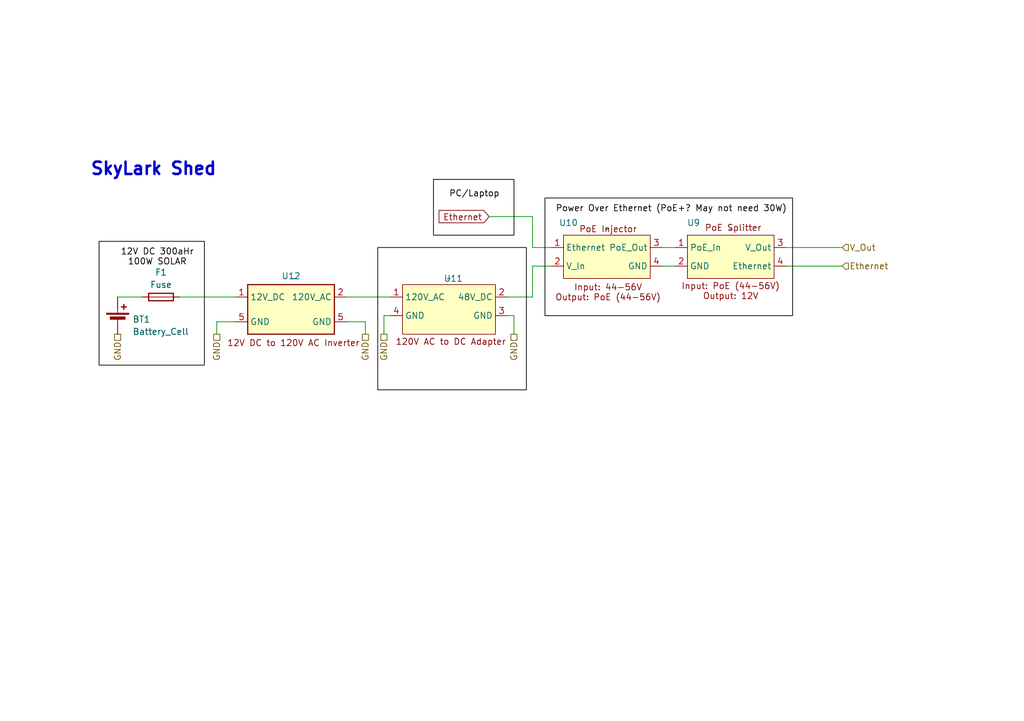
<source format=kicad_sch>
(kicad_sch (version 20231120) (generator "eeschema") (generator_version "8.0")
  (paper "A5")
  (title_block (title "Skylark Shed System") (date "2025-03-30") (rev "v1.0"))
  (lib_symbols
    (symbol "Device:Battery_Cell" (pin_numbers hide) (pin_names (offset 0) hide)
      (property "Reference" "BT" (at 2.54 2.54 0))
      (property "Value" "Battery_Cell" (at 2.54 0 0))
      (symbol "Battery_Cell_0_1"
        (rectangle (start -2.286 1.778) (end 2.286 1.524) (fill (type outline)))
        (rectangle (start -1.524 1.016) (end 1.524 0.508) (fill (type outline)))
        (polyline (pts (xy 0 0.762) (xy 0 0)))
        (polyline (pts (xy 0 1.778) (xy 0 2.54)))
        (polyline (pts (xy 0.762 3.048) (xy 1.778 3.048)) (stroke (width 0.254)))
        (polyline (pts (xy 1.27 3.556) (xy 1.27 2.54)) (stroke (width 0.254)))
      )
      (symbol "Battery_Cell_1_1"
        (pin passive line (at 0 5.08 270) (length 2.54) (name "+") (number "1"))
        (pin passive line (at 0 -2.54 90) (length 2.54) (name "-") (number "2"))
      )
    )
    (symbol "Device:Fuse" (pin_numbers hide) (pin_names (offset 0))
      (property "Reference" "F" (at 2.032 0 90))
      (property "Value" "Fuse" (at -1.905 0 90))
      (symbol "Fuse_0_1"
        (rectangle (start -0.762 -2.54) (end 0.762 2.54) (stroke (width 0.254)))
        (polyline (pts (xy 0 2.54) (xy 0 -2.54)))
      )
      (symbol "Fuse_1_1"
        (pin passive line (at 0 3.81 270) (length 1.27) (name "~") (number "1"))
        (pin passive line (at 0 -3.81 90) (length 1.27) (name "~") (number "2"))
      )
    )
    (symbol "Radio Telescope:12DCto120AC-Inverter"
      (property "Reference" "U" (at 0 0 0))
      (symbol "12DCto120AC-Inverter_0_1"
        (rectangle (start -8.89 -2.54) (end 8.89 -12.7) (stroke (width 0.254)) (fill (type background)))
      )
      (symbol "12DCto120AC-Inverter_1_1"
        (text "12V DC to 120V AC Inverter" (at 0.508 -14.478 0) (effects (font (size 1.27 1.27))))
        (pin power_in line (at -11.43 -5.08 0) (length 2.54) (name "12V_DC") (number "1"))
        (pin power_out line (at 11.43 -5.08 180) (length 2.54) (name "120V_AC") (number "2"))
        (pin power_in line (at -11.43 -10.16 0) (length 2.54) (name "GND") (number "5"))
        (pin power_in line (at 11.43 -10.16 180) (length 2.54) (name "GND") (number "5"))
      )
    )
    (symbol "Radio Telescope:48v-wall-outlet"
      (property "Reference" "U" (at 0 1.27 0))
      (symbol "48v-wall-outlet_1_1"
        (rectangle (start -10.16 0) (end 8.89 -10.16) (fill (type background)))
        (text "120V AC to DC Adapter" (at -0.254 -11.684 0) (effects (font (size 1.27 1.27))))
        (pin power_in line (at -12.7 -2.54 0) (length 2.54) (name "120V_AC") (number "1"))
        (pin power_out line (at 11.43 -2.54 180) (length 2.54) (name "48V_DC") (number "2"))
        (pin power_out line (at 11.43 -6.35 180) (length 2.54) (name "GND") (number "3"))
        (pin power_in line (at -12.7 -6.35 0) (length 2.54) (name "GND") (number "4"))
      )
    )
    (symbol "Radio Telescope:PoE_Injector"
      (property "Reference" "U" (at 0 2.54 0))
      (symbol "PoE_Injector_0_1"
        (rectangle (start -8.89 -1.27) (end 8.89 -10.16) (fill (type background)))
      )
      (symbol "PoE_Injector_1_1"
        (text "Input: 44-56V\nOutput: PoE (44-56V)" (at 0.254 -12.954 0) (effects (font (size 1.27 1.27))))
        (text "PoE Injector" (at 0.254 0 0) (effects (font (size 1.27 1.27))))
        (pin bidirectional line (at -11.43 -3.81 0) (length 2.54) (name "Ethernet") (number "1"))
        (pin power_in line (at -11.43 -7.62 0) (length 2.54) (name "V_In") (number "2"))
        (pin bidirectional line (at 11.43 -3.81 180) (length 2.54) (name "PoE_Out") (number "3"))
        (pin power_out line (at 11.43 -7.62 180) (length 2.54) (name "GND") (number "4"))
      )
    )
    (symbol "Radio Telescope:PoE_Spliter"
      (property "Reference" "U9" (at -7.62 1.27 0))
      (property "Value" "~" (at 0 0 0))
      (symbol "PoE_Spliter_0_1"
        (rectangle (start -8.89 -1.27) (end 8.89 -10.16) (fill (type background)))
      )
      (symbol "PoE_Spliter_1_1"
        (text "Input: PoE (44-56V)\nOutput: 12V" (at 0 -12.7 0) (effects (font (size 1.27 1.27))))
        (text "PoE Splitter" (at 0.508 0.254 0) (effects (font (size 1.27 1.27))))
        (pin bidirectional line (at -11.43 -3.81 0) (length 2.54) (name "PoE_In") (number "1"))
        (pin power_in line (at -11.43 -7.62 0) (length 2.54) (name "GND") (number "2"))
        (pin power_out line (at 11.43 -3.81 180) (length 2.54) (name "V_Out") (number "3"))
        (pin bidirectional line (at 11.43 -7.62 180) (length 2.54) (name "Ethernet") (number "4"))
      )
    )
  )
  (wire (pts (xy 161.29 50.8) (xy 172.72 50.8)))
  (wire (pts (xy 71.12 66.04) (xy 74.93 66.04)))
  (wire (pts (xy 135.89 50.8) (xy 138.43 50.8)))
  (wire (pts (xy 36.83 60.96) (xy 48.26 60.96)))
  (wire (pts (xy 161.29 54.61) (xy 172.72 54.61)))
  (wire (pts (xy 48.26 66.04) (xy 44.45 66.04)))
  (wire (pts (xy 74.93 66.04) (xy 74.93 68.58)))
  (wire (pts (xy 109.22 50.8) (xy 109.22 44.45)))
  (wire (pts (xy 113.03 50.8) (xy 109.22 50.8)))
  (wire (pts (xy 113.03 54.61) (xy 109.22 54.61)))
  (wire (pts (xy 44.45 66.04) (xy 44.45 68.58)))
  (wire (pts (xy 78.74 64.77) (xy 78.74 68.58)))
  (wire (pts (xy 109.22 60.96) (xy 104.14 60.96)))
  (wire (pts (xy 135.89 54.61) (xy 138.43 54.61)))
  (wire (pts (xy 109.22 54.61) (xy 109.22 60.96)))
  (wire (pts (xy 24.13 60.96) (xy 29.21 60.96)))
  (wire (pts (xy 105.41 64.77) (xy 105.41 68.58)))
  (wire (pts (xy 104.14 64.77) (xy 105.41 64.77)))
  (wire (pts (xy 78.74 64.77) (xy 80.01 64.77)))
  (wire (pts (xy 100.33 44.45) (xy 109.22 44.45)))
  (wire (pts (xy 71.12 60.96) (xy 80.01 60.96)))
  (rectangle (start 88.9 36.83) (end 105.41 48.26) (stroke (width 0) (color 0 0 0 1)))
  (rectangle (start 77.47 50.8) (end 107.95 80.01) (stroke (width 0) (color 0 0 0 1)))
  (rectangle (start 20.32 49.53) (end 41.91 74.93) (stroke (width 0) (color 0 0 0 1)))
  (rectangle (start 111.76 40.64) (end 162.56 64.77) (stroke (width 0) (color 0 0 0 1)))
  (text "SkyLark Shed" (at 31.496 34.798 0) (effects (font (size 2.54 2.54) (thickness 0.508) (bold yes))))
  (text "Power Over Ethernet (PoE+? May not need 30W)\n" (at 137.668 42.926 0) (effects (font (size 1.27 1.27))))
  (text "PC/Laptop" (at 97.282 39.878 0) (effects (font (size 1.27 1.27))))
  (text "12V DC 300aHr\n100W SOLAR\n" (at 32.258 52.832 0) (effects (font (size 1.27 1.27))))
  (global_label "Ethernet" (shape input) (at 100.33 44.45 180) (property "Intersheetrefs" "${INTERSHEET_REFS}" (effects (hide yes))))
  (hierarchical_label "GND" (shape passive) (at 74.93 68.58 270))
  (hierarchical_label "GND" (shape passive) (at 105.41 68.58 270))
  (hierarchical_label "GND" (shape passive) (at 44.45 68.58 270))
  (hierarchical_label "GND" (shape passive) (at 78.74 68.58 270))
  (hierarchical_label "Ethernet" (shape input) (at 172.72 54.61 0))
  (hierarchical_label "GND" (shape passive) (at 24.13 68.58 270))
  (hierarchical_label "V_Out" (shape input) (at 172.72 50.8 0))
  (symbol (lib_id "Radio Telescope:12DCto120AC-Inverter") (at 59.69 55.88 0) (unit 1) (on_board no)
    (property "Reference" "U12" (at 59.69 56.642 0))
    (property "Value" "~" (at 60.198 57.15 0))
  )
  (symbol (lib_id "Radio Telescope:PoE_Spliter") (at 149.86 46.99 0) (unit 1) (on_board no)
    (property "Reference" "U9" (at 142.24 45.72 0))
    (property "Value" "~" (at 149.86 46.99 0))
  )
  (symbol (lib_id "Radio Telescope:PoE_Injector") (at 124.46 46.99 0) (unit 1) (on_board no)
    (property "Reference" "U10" (at 116.586 45.72 0))
    (property "Value" "~" (at 124.46 46.99 0))
  )
  (symbol (lib_id "Device:Fuse") (at 33.02 60.96 90) (unit 1) (on_board no)
    (property "Reference" "F1" (at 33.02 55.88 90))
    (property "Value" "Fuse" (at 33.02 58.42 90))
    (property "Description" "Fuse" (effects (hide yes)))
  )
  (symbol (lib_id "Device:Battery_Cell") (at 24.13 66.04 0) (unit 1) (on_board no)
    (property "Reference" "BT1" (at 27.178 65.532 0) (effects (justify left)))
    (property "Value" "Battery_Cell" (at 27.178 68.072 0) (effects (justify left)))
    (property "Description" "Single-cell battery" (effects (hide yes)))
  )
  (symbol (lib_id "Radio Telescope:48v-wall-outlet") (at 92.71 58.42 0) (unit 1) (on_board no)
    (property "Reference" "U11" (at 92.964 57.15 0))
    (property "Value" "~" (at 92.075 57.15 0))
  )
)
</source>
